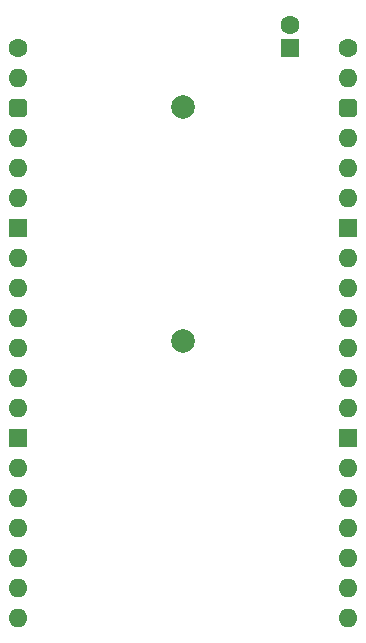
<source format=gbs>
%TF.GenerationSoftware,KiCad,Pcbnew,9.0.2*%
%TF.CreationDate,2025-06-27T16:19:46+02:00*%
%TF.ProjectId,Clock Device,436c6f63-6b20-4446-9576-6963652e6b69,V1*%
%TF.SameCoordinates,Original*%
%TF.FileFunction,Soldermask,Bot*%
%TF.FilePolarity,Negative*%
%FSLAX46Y46*%
G04 Gerber Fmt 4.6, Leading zero omitted, Abs format (unit mm)*
G04 Created by KiCad (PCBNEW 9.0.2) date 2025-06-27 16:19:46*
%MOMM*%
%LPD*%
G01*
G04 APERTURE LIST*
G04 Aperture macros list*
%AMRoundRect*
0 Rectangle with rounded corners*
0 $1 Rounding radius*
0 $2 $3 $4 $5 $6 $7 $8 $9 X,Y pos of 4 corners*
0 Add a 4 corners polygon primitive as box body*
4,1,4,$2,$3,$4,$5,$6,$7,$8,$9,$2,$3,0*
0 Add four circle primitives for the rounded corners*
1,1,$1+$1,$2,$3*
1,1,$1+$1,$4,$5*
1,1,$1+$1,$6,$7*
1,1,$1+$1,$8,$9*
0 Add four rect primitives between the rounded corners*
20,1,$1+$1,$2,$3,$4,$5,0*
20,1,$1+$1,$4,$5,$6,$7,0*
20,1,$1+$1,$6,$7,$8,$9,0*
20,1,$1+$1,$8,$9,$2,$3,0*%
G04 Aperture macros list end*
%ADD10C,2.000000*%
%ADD11RoundRect,0.250000X0.550000X-0.550000X0.550000X0.550000X-0.550000X0.550000X-0.550000X-0.550000X0*%
%ADD12C,1.600000*%
%ADD13O,1.600000X1.600000*%
%ADD14RoundRect,0.400000X-0.400000X-0.400000X0.400000X-0.400000X0.400000X0.400000X-0.400000X0.400000X0*%
%ADD15R,1.600000X1.600000*%
G04 APERTURE END LIST*
D10*
%TO.C,J5*%
X13970000Y-24753000D03*
X13970000Y-4953000D03*
%TD*%
D11*
%TO.C,C13*%
X22987000Y0D03*
D12*
X22987000Y2000000D03*
%TD*%
%TO.C,J1*%
X0Y0D03*
D13*
X0Y-2540000D03*
D14*
X0Y-5080000D03*
D13*
X0Y-7620000D03*
X0Y-10160000D03*
X0Y-12700000D03*
D15*
X0Y-15240000D03*
D13*
X0Y-17780000D03*
X0Y-20320000D03*
X0Y-22860000D03*
X0Y-25400000D03*
X0Y-27940000D03*
X0Y-30480000D03*
D15*
X0Y-33020000D03*
D13*
X0Y-35560000D03*
X0Y-38100000D03*
X0Y-40640000D03*
X0Y-43180000D03*
X0Y-45720000D03*
X0Y-48260000D03*
%TD*%
D12*
%TO.C,J2*%
X27940000Y0D03*
D13*
X27940000Y-2540000D03*
D14*
X27940000Y-5080000D03*
D13*
X27940000Y-7620000D03*
X27940000Y-10160000D03*
X27940000Y-12700000D03*
D15*
X27940000Y-15240000D03*
D13*
X27940000Y-17780000D03*
X27940000Y-20320000D03*
X27940000Y-22860000D03*
X27940000Y-25400000D03*
X27940000Y-27940000D03*
X27940000Y-30480000D03*
D15*
X27940000Y-33020000D03*
D13*
X27940000Y-35560000D03*
X27940000Y-38100000D03*
X27940000Y-40640000D03*
X27940000Y-43180000D03*
X27940000Y-45720000D03*
X27940000Y-48260000D03*
%TD*%
M02*

</source>
